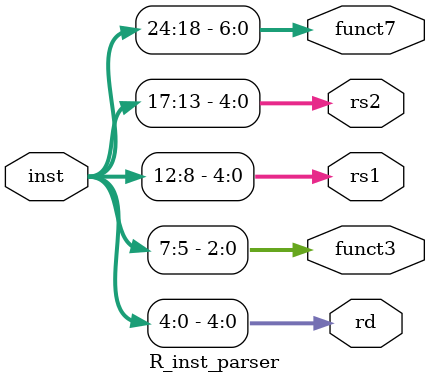
<source format=v>
`timescale 1ns / 1ps



module R_inst_parser(
input [24:0] inst,
output [4:0] rd,
output [2:0] funct3,
output [4:0] rs1,
output [4:0] rs2,
output [6:0] funct7 
);
 
assign funct3 = inst[7:5];
assign funct7 = inst[24:18];
assign rs1 = inst[12:8];
assign rs2 = inst[17:13];
assign rd = inst[4:0];

endmodule

</source>
